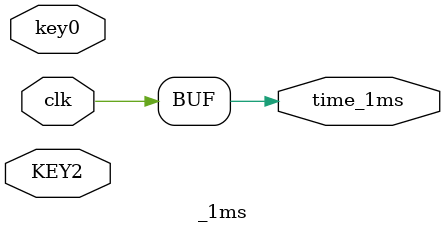
<source format=sv>
`timescale 1ns / 1ps

module _1ms(
    input clk, KEY2,
    input key0,
    output time_1ms
    );
	 
	 reg [25:0] ctr_reg ; // 26 bits to cover 25,000,000
    reg clk_out_reg;
		
always_ff @(posedge clk or negedge KEY2) 
	  if (!KEY2) begin 
		ctr_reg = 0;
      clk_out_reg = 0;
    end 
	 else begin
	  if (key0) begin 
		ctr_reg = 0;
      clk_out_reg = 0;
    end
        else
            if(ctr_reg == 24_999) begin  // тысячная
                ctr_reg <= 0;
                clk_out_reg <= ~clk_out_reg;
            end
            else
                ctr_reg <= ctr_reg + 1;
					 end
					
    assign time_1ms = clk;

endmodule

</source>
